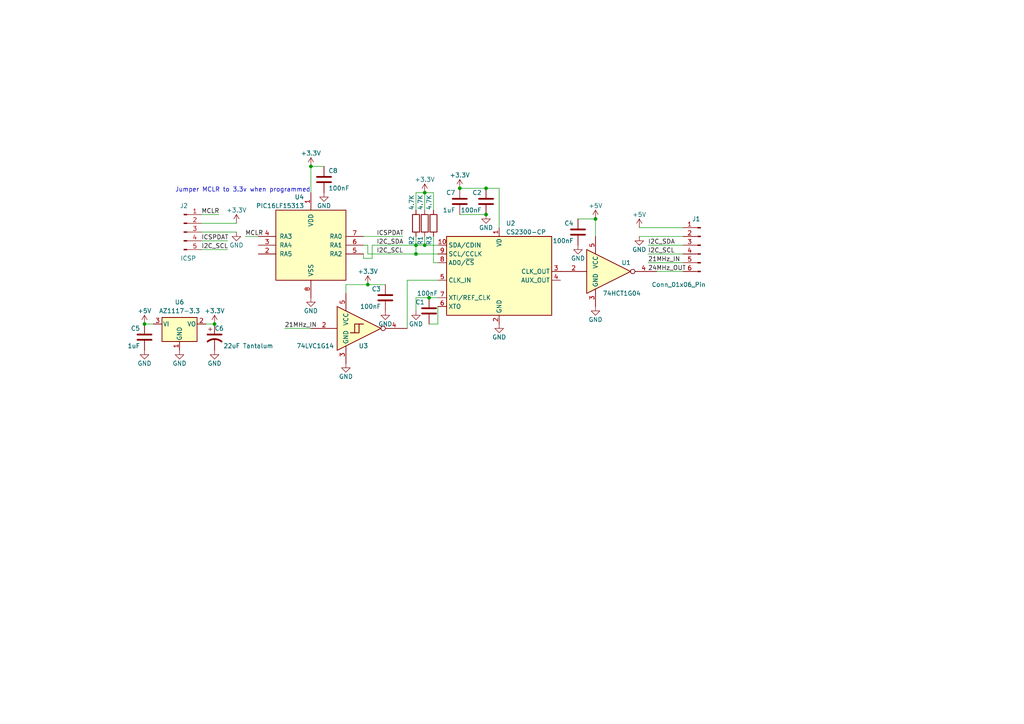
<source format=kicad_sch>
(kicad_sch (version 20230121) (generator eeschema)
  (paper "A4")
  (lib_symbols
    (symbol "74xGxx:74AHCT1G04"
      (property "Reference" "U" (at -2.54 3.81 0))
      (property "Value" "74AHCT1G04" (at 0 -3.81 0))
      (symbol "74AHCT1G04_0_1"
        (polyline (pts (xy -7.62 6.35) (xy -7.62 -6.35) (xy 5.08 0) (xy -7.62 6.35)) (stroke (width 0.254)) (fill (type background)))
      )
      (symbol "74AHCT1G04_1_1"
        (pin input line (at -15.24 0 0) (length 7.62) (name "~") (number "2"))
        (pin power_in line (at -5.08 -10.16 90) (length 5.08) (name "GND") (number "3"))
        (pin output inverted (at 12.7 0 180) (length 7.62) (name "~") (number "4"))
        (pin power_in line (at -5.08 10.16 270) (length 5.08) (name "VCC") (number "5"))
      )
    )
    (symbol "74xGxx:74LVC1G14"
      (property "Reference" "U" (at 2.54 5.08 0))
      (property "Value" "74LVC1G14" (at 7.62 -7.62 0))
      (symbol "74LVC1G14_0_1"
        (polyline (pts (xy -2.54 -1.27) (xy -1.27 -1.27) (xy -1.27 1.27)) (stroke (width 0.254)) (fill (type background)))
        (polyline (pts (xy -7.62 6.35) (xy -7.62 -6.35) (xy 5.08 0) (xy -7.62 6.35)) (stroke (width 0.254)) (fill (type background)))
        (polyline (pts (xy -3.81 -1.27) (xy -2.54 -1.27) (xy -2.54 1.27) (xy 0 1.27)) (stroke (width 0.254)) (fill (type background)))
      )
      (symbol "74LVC1G14_1_1"
        (pin input line (at -15.24 0 0) (length 7.62) (name "~") (number "2"))
        (pin power_in line (at -5.08 -10.16 90) (length 5.08) (name "GND") (number "3"))
        (pin output inverted (at 12.7 0 180) (length 7.62) (name "~") (number "4"))
        (pin power_in line (at -5.08 10.16 270) (length 5.08) (name "VCC") (number "5"))
      )
    )
    (symbol "Connector:Conn_01x05_Pin" (pin_names (offset 1.016) hide)
      (property "Reference" "J" (at 0 7.62 0))
      (property "Value" "Conn_01x05_Pin" (at 0 -7.62 0))
      (symbol "Conn_01x05_Pin_1_1"
        (polyline (pts (xy 1.27 -5.08) (xy 0.8636 -5.08)) (stroke (width 0.1524)))
        (polyline (pts (xy 1.27 -2.54) (xy 0.8636 -2.54)) (stroke (width 0.1524)))
        (polyline (pts (xy 1.27 0) (xy 0.8636 0)) (stroke (width 0.1524)))
        (polyline (pts (xy 1.27 2.54) (xy 0.8636 2.54)) (stroke (width 0.1524)))
        (polyline (pts (xy 1.27 5.08) (xy 0.8636 5.08)) (stroke (width 0.1524)))
        (rectangle (start 0.8636 -4.953) (end 0 -5.207) (stroke (width 0.1524)) (fill (type outline)))
        (rectangle (start 0.8636 -2.413) (end 0 -2.667) (stroke (width 0.1524)) (fill (type outline)))
        (rectangle (start 0.8636 0.127) (end 0 -0.127) (stroke (width 0.1524)) (fill (type outline)))
        (rectangle (start 0.8636 2.667) (end 0 2.413) (stroke (width 0.1524)) (fill (type outline)))
        (rectangle (start 0.8636 5.207) (end 0 4.953) (stroke (width 0.1524)) (fill (type outline)))
        (pin passive line (at 5.08 5.08 180) (length 3.81) (name "Pin_1") (number "1"))
        (pin passive line (at 5.08 2.54 180) (length 3.81) (name "Pin_2") (number "2"))
        (pin passive line (at 5.08 0 180) (length 3.81) (name "Pin_3") (number "3"))
        (pin passive line (at 5.08 -2.54 180) (length 3.81) (name "Pin_4") (number "4"))
        (pin passive line (at 5.08 -5.08 180) (length 3.81) (name "Pin_5") (number "5"))
      )
    )
    (symbol "Connector:Conn_01x06_Pin" (pin_names (offset 1.016) hide)
      (property "Reference" "J" (at 0 7.62 0))
      (property "Value" "Conn_01x06_Pin" (at 0 -10.16 0))
      (symbol "Conn_01x06_Pin_1_1"
        (polyline (pts (xy 1.27 -7.62) (xy 0.8636 -7.62)) (stroke (width 0.1524)))
        (polyline (pts (xy 1.27 -5.08) (xy 0.8636 -5.08)) (stroke (width 0.1524)))
        (polyline (pts (xy 1.27 -2.54) (xy 0.8636 -2.54)) (stroke (width 0.1524)))
        (polyline (pts (xy 1.27 0) (xy 0.8636 0)) (stroke (width 0.1524)))
        (polyline (pts (xy 1.27 2.54) (xy 0.8636 2.54)) (stroke (width 0.1524)))
        (polyline (pts (xy 1.27 5.08) (xy 0.8636 5.08)) (stroke (width 0.1524)))
        (rectangle (start 0.8636 -7.493) (end 0 -7.747) (stroke (width 0.1524)) (fill (type outline)))
        (rectangle (start 0.8636 -4.953) (end 0 -5.207) (stroke (width 0.1524)) (fill (type outline)))
        (rectangle (start 0.8636 -2.413) (end 0 -2.667) (stroke (width 0.1524)) (fill (type outline)))
        (rectangle (start 0.8636 0.127) (end 0 -0.127) (stroke (width 0.1524)) (fill (type outline)))
        (rectangle (start 0.8636 2.667) (end 0 2.413) (stroke (width 0.1524)) (fill (type outline)))
        (rectangle (start 0.8636 5.207) (end 0 4.953) (stroke (width 0.1524)) (fill (type outline)))
        (pin passive line (at 5.08 5.08 180) (length 3.81) (name "Pin_1") (number "1"))
        (pin passive line (at 5.08 2.54 180) (length 3.81) (name "Pin_2") (number "2"))
        (pin passive line (at 5.08 0 180) (length 3.81) (name "Pin_3") (number "3"))
        (pin passive line (at 5.08 -2.54 180) (length 3.81) (name "Pin_4") (number "4"))
        (pin passive line (at 5.08 -5.08 180) (length 3.81) (name "Pin_5") (number "5"))
        (pin passive line (at 5.08 -7.62 180) (length 3.81) (name "Pin_6") (number "6"))
      )
    )
    (symbol "Device:C" (pin_numbers hide) (pin_names (offset 0.254))
      (property "Reference" "C" (at 0.635 2.54 0))
      (property "Value" "C" (at 0.635 -2.54 0))
      (symbol "C_0_1"
        (polyline (pts (xy -2.032 -0.762) (xy 2.032 -0.762)) (stroke (width 0.508)))
        (polyline (pts (xy -2.032 0.762) (xy 2.032 0.762)) (stroke (width 0.508)))
      )
      (symbol "C_1_1"
        (pin passive line (at 0 3.81 270) (length 2.794) (name "~") (number "1"))
        (pin passive line (at 0 -3.81 90) (length 2.794) (name "~") (number "2"))
      )
    )
    (symbol "Device:C_Polarized_US" (pin_numbers hide) (pin_names (offset 0.254) hide)
      (property "Reference" "C" (at 0.635 2.54 0))
      (property "Value" "C_Polarized_US" (at 0.635 -2.54 0))
      (symbol "C_Polarized_US_0_1"
        (polyline (pts (xy -2.032 0.762) (xy 2.032 0.762)) (stroke (width 0.508)))
        (polyline (pts (xy -1.778 2.286) (xy -0.762 2.286)))
        (polyline (pts (xy -1.27 1.778) (xy -1.27 2.794)))
        (arc (start 2.032 -1.27) (mid 0 -0.5572) (end -2.032 -1.27) (stroke (width 0.508)))
      )
      (symbol "C_Polarized_US_1_1"
        (pin passive line (at 0 3.81 270) (length 2.794) (name "~") (number "1"))
        (pin passive line (at 0 -3.81 90) (length 3.302) (name "~") (number "2"))
      )
    )
    (symbol "Device:R" (pin_numbers hide) (pin_names (offset 0))
      (property "Reference" "R" (at 2.032 0 90))
      (property "Value" "R" (at 0 0 90))
      (symbol "R_0_1"
        (rectangle (start -1.016 -2.54) (end 1.016 2.54) (stroke (width 0.254)))
      )
      (symbol "R_1_1"
        (pin passive line (at 0 3.81 270) (length 1.27) (name "~") (number "1"))
        (pin passive line (at 0 -3.81 90) (length 1.27) (name "~") (number "2"))
      )
    )
    (symbol "MCU_Microchip_PIC12:PIC12F1501-IMS" (pin_names (offset 1.016))
      (property "Reference" "U" (at 1.27 13.97 0))
      (property "Value" "PIC12F1501-IMS" (at 1.27 11.43 0))
      (symbol "PIC12F1501-IMS_0_1"
        (rectangle (start 10.16 -10.16) (end -10.16 10.16) (stroke (width 0.254)) (fill (type background)))
      )
      (symbol "PIC12F1501-IMS_1_1"
        (pin power_in line (at 0 15.24 270) (length 5.08) (name "VDD") (number "1"))
        (pin bidirectional line (at 15.24 -2.54 180) (length 5.08) (name "RA5") (number "2"))
        (pin bidirectional line (at 15.24 0 180) (length 5.08) (name "RA4") (number "3"))
        (pin input line (at 15.24 2.54 180) (length 5.08) (name "RA3") (number "4"))
        (pin bidirectional line (at -15.24 -2.54 0) (length 5.08) (name "RA2") (number "5"))
        (pin bidirectional line (at -15.24 0 0) (length 5.08) (name "RA1") (number "6"))
        (pin bidirectional line (at -15.24 2.54 0) (length 5.08) (name "RA0") (number "7"))
        (pin power_in line (at 0 -15.24 90) (length 5.08) (name "VSS") (number "8"))
      )
    )
    (symbol "Regulator_Linear:AZ1117-3.3" (pin_names (offset 0.254))
      (property "Reference" "U" (at -3.81 3.175 0))
      (property "Value" "AZ1117-3.3" (at 0 3.175 0))
      (symbol "AZ1117-3.3_0_1"
        (rectangle (start -5.08 1.905) (end 5.08 -5.08) (stroke (width 0.254)) (fill (type background)))
      )
      (symbol "AZ1117-3.3_1_1"
        (pin power_in line (at 0 -7.62 90) (length 2.54) (name "GND") (number "1"))
        (pin power_out line (at 7.62 0 180) (length 2.54) (name "VO") (number "2"))
        (pin power_in line (at -7.62 0 0) (length 2.54) (name "VI") (number "3"))
      )
    )
    (symbol "Timer_PLL:CS2000-CP"
      (property "Reference" "U" (at -12.7 13.97 0))
      (property "Value" "CS2000-CP" (at 7.62 13.97 0))
      (symbol "CS2000-CP_0_1"
        (rectangle (start -15.24 12.7) (end 15.24 -10.16) (stroke (width 0.254)) (fill (type background)))
      )
      (symbol "CS2000-CP_1_1"
        (pin power_in line (at 0 15.24 270) (length 2.54) (name "VD") (number "1"))
        (pin bidirectional line (at -17.78 10.16 0) (length 2.54) (name "SDA/CDIN") (number "10"))
        (pin power_in line (at 0 -12.7 90) (length 2.54) (name "GND") (number "2"))
        (pin output line (at 17.78 2.54 180) (length 2.54) (name "CLK_OUT") (number "3"))
        (pin output line (at 17.78 0 180) (length 2.54) (name "AUX_OUT") (number "4"))
        (pin input line (at -17.78 0 0) (length 2.54) (name "CLK_IN") (number "5"))
        (pin output line (at -17.78 -7.62 0) (length 2.54) (name "XTO") (number "6"))
        (pin input line (at -17.78 -5.08 0) (length 2.54) (name "XTI/REF_CLK") (number "7"))
        (pin input line (at -17.78 5.08 0) (length 2.54) (name "AD0/~{CS}") (number "8"))
        (pin input line (at -17.78 7.62 0) (length 2.54) (name "SCL/CCLK") (number "9"))
      )
    )
    (symbol "power:+3.3V" (power) (pin_names (offset 0))
      (property "Value" "+3.3V" (at 0 3.556 0))
      (symbol "+3.3V_0_1"
        (polyline (pts (xy -0.762 1.27) (xy 0 2.54)))
        (polyline (pts (xy 0 0) (xy 0 2.54)))
        (polyline (pts (xy 0 2.54) (xy 0.762 1.27)))
      )
      (symbol "+3.3V_1_1"
        (pin power_in line (at 0 0 90) (length 0) hide (name "+3.3V") (number "1"))
      )
    )
    (symbol "power:+5V" (power) (pin_names (offset 0))
      (property "Value" "+5V" (at 0 3.556 0))
      (symbol "+5V_0_1"
        (polyline (pts (xy -0.762 1.27) (xy 0 2.54)))
        (polyline (pts (xy 0 0) (xy 0 2.54)))
        (polyline (pts (xy 0 2.54) (xy 0.762 1.27)))
      )
      (symbol "+5V_1_1"
        (pin power_in line (at 0 0 90) (length 0) hide (name "+5V") (number "1"))
      )
    )
    (symbol "power:GND" (power) (pin_names (offset 0))
      (property "Value" "GND" (at 0 -3.81 0))
      (symbol "GND_0_1"
        (polyline (pts (xy 0 0) (xy 0 -1.27) (xy 1.27 -1.27) (xy 0 -2.54) (xy -1.27 -1.27) (xy 0 -1.27)))
      )
      (symbol "GND_1_1"
        (pin power_in line (at 0 0 270) (length 0) hide (name "GND") (number "1"))
      )
    )
  )
  (junction (at 62.23 93.98))
  (junction (at 120.65 73.66))
  (junction (at 140.97 62.23))
  (junction (at 90.17 48.26))
  (junction (at 140.97 54.61))
  (junction (at 172.72 63.5))
  (junction (at 123.19 55.88))
  (junction (at 124.46 86.36))
  (junction (at 133.35 54.61))
  (junction (at 120.65 71.12))
  (junction (at 123.19 71.12))
  (junction (at 41.91 93.98))
  (junction (at 106.68 82.55))
  (wire (pts (xy 120.65 86.36) (xy 124.46 86.36)))
  (wire (pts (xy 106.68 73.66) (xy 106.68 71.12)))
  (wire (pts (xy 123.19 71.12) (xy 127 71.12)))
  (wire (pts (xy 105.41 74.93) (xy 107.95 74.93)))
  (wire (pts (xy 124.46 93.98) (xy 127 93.98)))
  (wire (pts (xy 58.42 62.23) (xy 63.5 62.23)))
  (wire (pts (xy 107.95 71.12) (xy 120.65 71.12)))
  (wire (pts (xy 100.33 82.55) (xy 100.33 85.09)))
  (wire (pts (xy 167.64 63.5) (xy 172.72 63.5)))
  (wire (pts (xy 62.23 93.98) (xy 59.69 93.98)))
  (wire (pts (xy 185.42 66.04) (xy 198.12 66.04)))
  (wire (pts (xy 190.5 78.74) (xy 198.12 78.74)))
  (wire (pts (xy 58.42 64.77) (xy 68.58 64.77)))
  (wire (pts (xy 106.68 71.12) (xy 105.41 71.12)))
  (wire (pts (xy 140.97 54.61) (xy 144.78 54.61)))
  (wire (pts (xy 125.73 55.88) (xy 125.73 60.96)))
  (wire (pts (xy 172.72 63.5) (xy 172.72 68.58)))
  (wire (pts (xy 133.35 62.23) (xy 140.97 62.23)))
  (wire (pts (xy 58.42 72.39) (xy 66.04 72.39)))
  (wire (pts (xy 107.95 74.93) (xy 107.95 71.12)))
  (wire (pts (xy 133.35 54.61) (xy 140.97 54.61)))
  (wire (pts (xy 106.68 82.55) (xy 100.33 82.55)))
  (wire (pts (xy 125.73 55.88) (xy 123.19 55.88)))
  (wire (pts (xy 41.91 93.98) (xy 44.45 93.98)))
  (wire (pts (xy 105.41 68.58) (xy 116.84 68.58)))
  (wire (pts (xy 144.78 54.61) (xy 144.78 66.04)))
  (wire (pts (xy 120.65 73.66) (xy 127 73.66)))
  (wire (pts (xy 120.65 86.36) (xy 120.65 90.17)))
  (wire (pts (xy 106.68 73.66) (xy 120.65 73.66)))
  (wire (pts (xy 185.42 68.58) (xy 198.12 68.58)))
  (wire (pts (xy 120.65 71.12) (xy 123.19 71.12)))
  (wire (pts (xy 71.12 68.58) (xy 74.93 68.58)))
  (wire (pts (xy 120.65 71.12) (xy 120.65 68.58)))
  (wire (pts (xy 93.98 48.26) (xy 90.17 48.26)))
  (wire (pts (xy 58.42 67.31) (xy 68.58 67.31)))
  (wire (pts (xy 105.41 73.66) (xy 105.41 74.93)))
  (wire (pts (xy 120.65 55.88) (xy 120.65 60.96)))
  (wire (pts (xy 90.17 48.26) (xy 90.17 55.88)))
  (wire (pts (xy 124.46 86.36) (xy 127 86.36)))
  (wire (pts (xy 125.73 76.2) (xy 125.73 68.58)))
  (wire (pts (xy 58.42 69.85) (xy 66.04 69.85)))
  (wire (pts (xy 127 93.98) (xy 127 88.9)))
  (wire (pts (xy 82.55 95.25) (xy 90.17 95.25)))
  (wire (pts (xy 187.96 71.12) (xy 198.12 71.12)))
  (wire (pts (xy 127 81.28) (xy 118.11 81.28)))
  (wire (pts (xy 120.65 73.66) (xy 120.65 71.12)))
  (wire (pts (xy 125.73 76.2) (xy 127 76.2)))
  (wire (pts (xy 187.96 76.2) (xy 198.12 76.2)))
  (wire (pts (xy 187.96 73.66) (xy 198.12 73.66)))
  (wire (pts (xy 123.19 68.58) (xy 123.19 71.12)))
  (wire (pts (xy 111.76 82.55) (xy 106.68 82.55)))
  (wire (pts (xy 118.11 81.28) (xy 118.11 95.25)))
  (wire (pts (xy 123.19 55.88) (xy 120.65 55.88)))
  (wire (pts (xy 123.19 55.88) (xy 123.19 60.96)))
  (text "Jumper MCLR to 3.3v when programmed\n" (at 50.8 55.88 0) (effects (font (size 1.27 1.27)) (justify left bottom)))
  (label "MCLR" (at 58.42 62.23 0))
  (label "ICSPDAT" (at 109.22 68.58 0))
  (label "I2C_SDA" (at 187.96 71.12 0))
  (label "ICSPDAT" (at 58.42 69.85 0))
  (label "24MHz_OUT" (at 187.96 78.74 0))
  (label "I2C_SCL" (at 58.42 72.39 0))
  (label "21MHz_IN" (at 82.55 95.25 0))
  (label "I2C_SCL" (at 187.96 73.66 0))
  (label "21MHz_IN" (at 187.96 76.2 0))
  (label "I2C_SCL" (at 109.22 73.66 0))
  (label "I2C_SDA" (at 109.22 71.12 0))
  (label "MCLR" (at 71.12 68.58 0))
  (symbol (lib_id "power:GND") (at 62.23 101.6 0) (unit 1)
    (property "Reference" "#PWR019" (effects hide))
    (property "Value" "GND" (at 62.23 105.41 0))
  )
  (symbol (lib_id "74xGxx:74AHCT1G04") (at 177.8 78.74 0) (unit 1)
    (property "Reference" "U1" (at 181.61 76.2 0))
    (property "Value" "74HCT1G04" (at 180.34 85.09 0))
    (property "Footprint" "Package_TO_SOT_SMD:SOT-353_SC-70-5" (effects hide))
    (property "Datasheet" "http://www.ti.com/lit/sg/scyt129e/scyt129e.pdf" (effects hide))
  )
  (symbol (lib_id "power:+5V") (at 41.91 93.98 0) (unit 1)
    (property "Reference" "#PWR016" (effects hide))
    (property "Value" "+5V" (at 41.91 90.17 0))
  )
  (symbol (lib_id "Device:C") (at 93.98 52.07 0) (unit 1)
    (property "Reference" "C8" (at 95.25 49.53 0) (effects (justify left)))
    (property "Value" "100nF" (at 95.25 54.61 0) (effects (justify left)))
    (property "Footprint" "Capacitor_SMD:C_0603_1608Metric" (effects hide))
  )
  (symbol (lib_id "power:GND") (at 172.72 88.9 0) (unit 1)
    (property "Reference" "#PWR08" (effects hide))
    (property "Value" "GND" (at 172.72 92.71 0))
  )
  (symbol (lib_id "power:+3.3V") (at 90.17 48.26 0) (mirror y) (unit 1)
    (property "Reference" "#PWR014" (effects hide))
    (property "Value" "+3.3V" (at 90.17 44.45 0))
  )
  (symbol (lib_id "Device:C") (at 124.46 90.17 0) (mirror y) (unit 1)
    (property "Reference" "C1" (at 123.19 87.63 0) (effects (justify left)))
    (property "Value" "100nF" (at 127 85.09 0) (effects (justify left)))
    (property "Footprint" "Capacitor_SMD:C_0603_1608Metric" (effects hide))
  )
  (symbol (lib_id "Device:R") (at 123.19 64.77 0) (unit 1)
    (property "Reference" "R1" (at 121.92 71.12 90) (effects (justify left)))
    (property "Value" "4.7K" (at 121.92 60.96 90) (effects (justify left)))
    (property "Footprint" "Resistor_SMD:R_0603_1608Metric" (effects hide))
  )
  (symbol (lib_id "power:GND") (at 111.76 90.17 0) (unit 1)
    (property "Reference" "#PWR012" (effects hide))
    (property "Value" "GND" (at 111.76 93.98 0))
  )
  (symbol (lib_id "power:GND") (at 93.98 55.88 0) (mirror y) (unit 1)
    (property "Reference" "#PWR021" (effects hide))
    (property "Value" "GND" (at 93.98 59.69 0))
  )
  (symbol (lib_id "power:GND") (at 100.33 105.41 0) (unit 1)
    (property "Reference" "#PWR01" (effects hide))
    (property "Value" "GND" (at 100.33 109.22 0))
  )
  (symbol (lib_id "Regulator_Linear:AZ1117-3.3") (at 52.07 93.98 0) (unit 1)
    (property "Reference" "U6" (at 52.07 87.63 0))
    (property "Value" "AZ1117-3.3" (at 52.07 90.17 0))
    (property "Footprint" "Package_TO_SOT_SMD:SOT-89-3" (effects hide))
    (property "Datasheet" "https://www.diodes.com/assets/Datasheets/AZ1117.pdf" (effects hide))
  )
  (symbol (lib_id "power:+3.3V") (at 123.19 55.88 0) (unit 1)
    (property "Reference" "#PWR04" (effects hide))
    (property "Value" "+3.3V" (at 123.19 52.07 0))
  )
  (symbol (lib_id "Device:C") (at 133.35 58.42 0) (mirror y) (unit 1)
    (property "Reference" "C7" (at 132.08 55.88 0) (effects (justify left)))
    (property "Value" "1uF" (at 132.08 60.96 0) (effects (justify left)))
    (property "Footprint" "Capacitor_SMD:C_0603_1608Metric" (effects hide))
  )
  (symbol (lib_id "Device:C") (at 41.91 97.79 0) (mirror y) (unit 1)
    (property "Reference" "C5" (at 40.64 95.25 0) (effects (justify left)))
    (property "Value" "1uF" (at 40.64 100.33 0) (effects (justify left)))
    (property "Footprint" "Capacitor_SMD:C_0603_1608Metric" (effects hide))
  )
  (symbol (lib_id "power:GND") (at 41.91 101.6 0) (unit 1)
    (property "Reference" "#PWR020" (effects hide))
    (property "Value" "GND" (at 41.91 105.41 0))
  )
  (symbol (lib_id "power:GND") (at 167.64 71.12 0) (unit 1)
    (property "Reference" "#PWR013" (effects hide))
    (property "Value" "GND" (at 167.64 74.93 0))
  )
  (symbol (lib_id "74xGxx:74LVC1G14") (at 105.41 95.25 0) (unit 1)
    (property "Reference" "U3" (at 105.41 100.33 0))
    (property "Value" "74LVC1G14" (at 91.44 100.33 0))
    (property "Footprint" "Package_TO_SOT_SMD:SOT-353_SC-70-5" (effects hide))
    (property "Datasheet" "http://www.ti.com/lit/sg/scyt129e/scyt129e.pdf" (effects hide))
  )
  (symbol (lib_id "Connector:Conn_01x06_Pin") (at 203.2 71.12 0) (mirror y) (unit 1)
    (property "Reference" "J1" (at 201.93 63.5 0))
    (property "Value" "Conn_01x06_Pin" (at 196.85 82.55 0))
    (property "Footprint" "Connector_PinHeader_2.54mm:PinHeader_1x06_P2.54mm_Horizontal" (effects hide))
  )
  (symbol (lib_id "power:+3.3V") (at 106.68 82.55 0) (unit 1)
    (property "Reference" "#PWR03" (effects hide))
    (property "Value" "+3.3V" (at 106.68 78.74 0))
  )
  (symbol (lib_id "power:+3.3V") (at 68.58 64.77 0) (unit 1)
    (property "Reference" "#PWR022" (effects hide))
    (property "Value" "+3.3V" (at 68.58 60.96 0))
  )
  (symbol (lib_id "Timer_PLL:CS2000-CP") (at 144.78 81.28 0) (unit 1)
    (property "Reference" "U2" (at 146.7359 64.77 0) (effects (justify left)))
    (property "Value" "CS2300-CP" (at 146.7359 67.31 0) (effects (justify left)))
    (property "Footprint" "Package_SO:MSOP-10_3x3mm_P0.5mm" (effects hide))
    (property "Datasheet" "https://statics.cirrus.com/pubs/proDatasheet/CS2000-CP_F3.pdf" (effects hide))
  )
  (symbol (lib_id "power:+5V") (at 185.42 66.04 0) (unit 1)
    (property "Reference" "#PWR011" (effects hide))
    (property "Value" "+5V" (at 185.42 62.23 0))
  )
  (symbol (lib_id "Device:C") (at 167.64 67.31 0) (mirror y) (unit 1)
    (property "Reference" "C4" (at 166.37 64.77 0) (effects (justify left)))
    (property "Value" "100nF" (at 166.37 69.85 0) (effects (justify left)))
    (property "Footprint" "Capacitor_SMD:C_0603_1608Metric" (effects hide))
  )
  (symbol (lib_id "Device:C") (at 111.76 86.36 0) (mirror y) (unit 1)
    (property "Reference" "C3" (at 110.49 83.82 0) (effects (justify left)))
    (property "Value" "100nF" (at 110.49 88.9 0) (effects (justify left)))
    (property "Footprint" "Capacitor_SMD:C_0603_1608Metric" (effects hide))
  )
  (symbol (lib_id "power:GND") (at 52.07 101.6 0) (unit 1)
    (property "Reference" "#PWR018" (effects hide))
    (property "Value" "GND" (at 52.07 105.41 0))
  )
  (symbol (lib_id "Connector:Conn_01x05_Pin") (at 53.34 67.31 0) (unit 1)
    (property "Reference" "J2" (at 53.34 59.69 0))
    (property "Value" "ICSP" (at 54.61 74.93 0))
    (property "Footprint" "Connector_PinSocket_2.54mm:PinSocket_1x05_P2.54mm_Vertical" (effects hide))
  )
  (symbol (lib_id "Device:R") (at 120.65 64.77 0) (unit 1)
    (property "Reference" "R2" (at 119.38 71.12 90) (effects (justify left)))
    (property "Value" "4.7K" (at 119.38 60.96 90) (effects (justify left)))
    (property "Footprint" "Resistor_SMD:R_0603_1608Metric" (effects hide))
  )
  (symbol (lib_id "power:GND") (at 120.65 90.17 0) (unit 1)
    (property "Reference" "#PWR06" (effects hide))
    (property "Value" "GND" (at 120.65 93.98 0))
  )
  (symbol (lib_id "Device:C_Polarized_US") (at 62.23 97.79 0) (unit 1)
    (property "Reference" "C6" (at 62.23 95.25 0) (effects (justify left)))
    (property "Value" "22uF Tantalum" (at 64.77 100.33 0) (effects (justify left)))
    (property "Footprint" "Capacitor_SMD:C_1206_3216Metric" (effects hide))
  )
  (symbol (lib_id "power:+5V") (at 172.72 63.5 0) (unit 1)
    (property "Reference" "#PWR09" (effects hide))
    (property "Value" "+5V" (at 172.72 59.69 0))
  )
  (symbol (lib_id "power:GND") (at 140.97 62.23 0) (unit 1)
    (property "Reference" "#PWR07" (effects hide))
    (property "Value" "GND" (at 140.97 66.04 0))
  )
  (symbol (lib_id "MCU_Microchip_PIC12:PIC12F1501-IMS") (at 90.17 71.12 0) (mirror y) (unit 1)
    (property "Reference" "U4" (at 88.2141 57.15 0) (effects (justify left)))
    (property "Value" "PIC16LF15313" (at 88.2141 59.69 0) (effects (justify left)))
    (property "Footprint" "Package_SO:SOIC-8_3.9x4.9mm_P1.27mm" (effects hide))
    (property "Datasheet" "http://ww1.microchip.com/downloads/en/DeviceDoc/41615A.pdf" (effects hide))
  )
  (symbol (lib_id "Device:R") (at 125.73 64.77 0) (unit 1)
    (property "Reference" "R3" (at 124.46 71.12 90) (effects (justify left)))
    (property "Value" "4.7K" (at 124.46 60.96 90) (effects (justify left)))
    (property "Footprint" "Resistor_SMD:R_0603_1608Metric" (effects hide))
  )
  (symbol (lib_id "power:+3.3V") (at 133.35 54.61 0) (unit 1)
    (property "Reference" "#PWR05" (effects hide))
    (property "Value" "+3.3V" (at 133.35 50.8 0))
  )
  (symbol (lib_id "power:+3.3V") (at 62.23 93.98 0) (unit 1)
    (property "Reference" "#PWR017" (effects hide))
    (property "Value" "+3.3V" (at 62.23 90.17 0))
  )
  (symbol (lib_id "power:GND") (at 68.58 67.31 0) (unit 1)
    (property "Reference" "#PWR023" (effects hide))
    (property "Value" "GND" (at 68.58 71.12 0))
  )
  (symbol (lib_id "power:GND") (at 144.78 93.98 0) (unit 1)
    (property "Reference" "#PWR02" (effects hide))
    (property "Value" "GND" (at 144.78 97.79 0))
  )
  (symbol (lib_id "Device:C") (at 140.97 58.42 0) (mirror y) (unit 1)
    (property "Reference" "C2" (at 139.7 55.88 0) (effects (justify left)))
    (property "Value" "100nF" (at 139.7 60.96 0) (effects (justify left)))
    (property "Footprint" "Capacitor_SMD:C_0603_1608Metric" (effects hide))
  )
  (symbol (lib_id "power:GND") (at 90.17 86.36 0) (mirror y) (unit 1)
    (property "Reference" "#PWR015" (effects hide))
    (property "Value" "GND" (at 90.17 90.17 0))
  )
  (symbol (lib_id "power:GND") (at 185.42 68.58 0) (unit 1)
    (property "Reference" "#PWR010" (effects hide))
    (property "Value" "GND" (at 185.42 72.39 0))
  )
)
</source>
